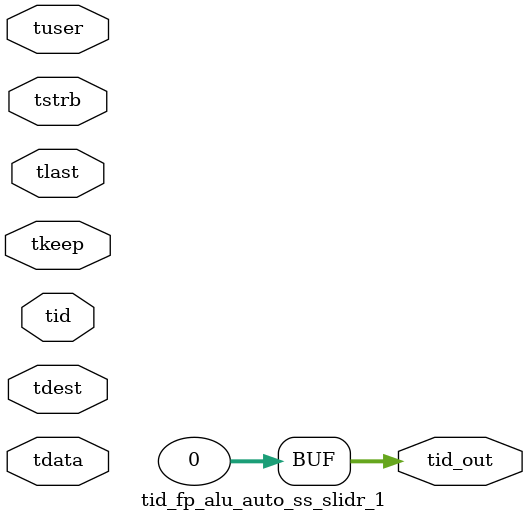
<source format=v>


`timescale 1ps/1ps

module tid_fp_alu_auto_ss_slidr_1 #
(
parameter C_S_AXIS_TID_WIDTH   = 1,
parameter C_S_AXIS_TUSER_WIDTH = 0,
parameter C_S_AXIS_TDATA_WIDTH = 0,
parameter C_S_AXIS_TDEST_WIDTH = 0,
parameter C_M_AXIS_TID_WIDTH   = 32
)
(
input  [(C_S_AXIS_TID_WIDTH   == 0 ? 1 : C_S_AXIS_TID_WIDTH)-1:0       ] tid,
input  [(C_S_AXIS_TDATA_WIDTH == 0 ? 1 : C_S_AXIS_TDATA_WIDTH)-1:0     ] tdata,
input  [(C_S_AXIS_TUSER_WIDTH == 0 ? 1 : C_S_AXIS_TUSER_WIDTH)-1:0     ] tuser,
input  [(C_S_AXIS_TDEST_WIDTH == 0 ? 1 : C_S_AXIS_TDEST_WIDTH)-1:0     ] tdest,
input  [(C_S_AXIS_TDATA_WIDTH/8)-1:0 ] tkeep,
input  [(C_S_AXIS_TDATA_WIDTH/8)-1:0 ] tstrb,
input                                                                    tlast,
output [(C_M_AXIS_TID_WIDTH   == 0 ? 1 : C_M_AXIS_TID_WIDTH)-1:0       ] tid_out
);

assign tid_out = {1'b0};

endmodule


</source>
